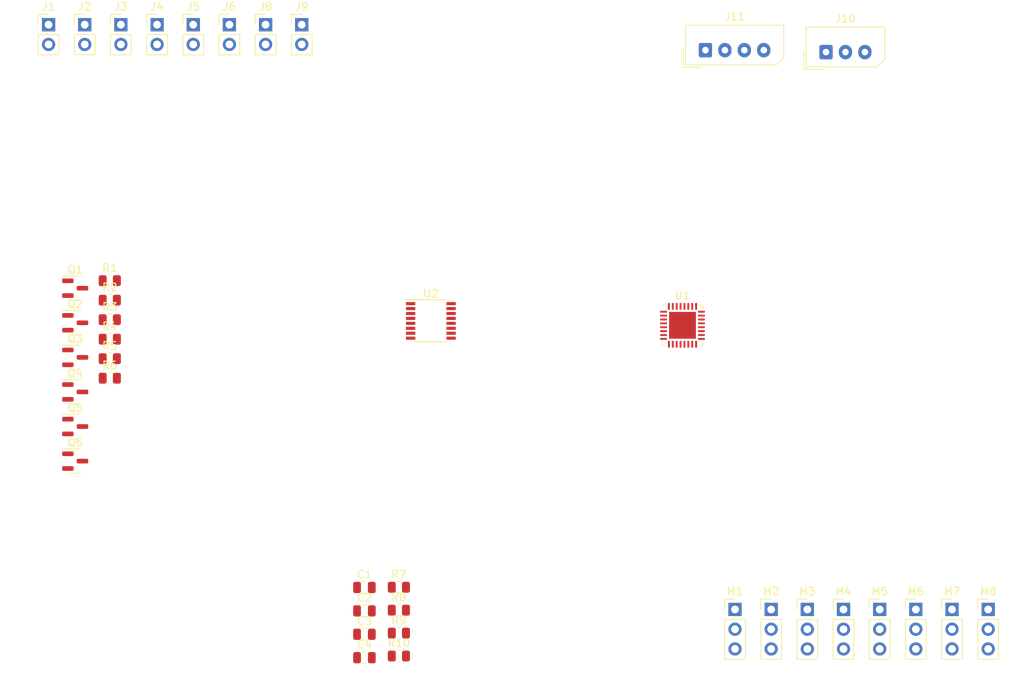
<source format=kicad_pcb>
(kicad_pcb (version 20221018) (generator pcbnew)
  (layers (0 "F.Cu" signal) (31 "B.Cu" signal) (34 "B.Paste" user) (35 "F.Paste" user) (36 "B.SilkS" user "B.Silkscreen") (37 "F.SilkS" user "F.Silkscreen") (38 "B.Mask" user) (39 "F.Mask" user) (44 "Edge.Cuts" user))
  (net 0 "")
  (net 1 "GND")
  (net 2 "+12V")
  (net 3 "FDC_1")
  (net 4 "FDC_2")
  (net 5 "+5V")
  (net 6 "AX12")
  (net 7 "TX")
  (net 8 "RX")
  (net 9 "AIMANT_3")
  (net 10 "AIMANT_5")
  (net 11 "AIMANT_2")
  (net 12 "AIMANT_1")
  (net 13 "AIMANT_4")
  (net 14 "AIMANT_6")
  (net 15 "+3.3V")
  (net 19 "PINCE_1")
  (net 20 "PINCE_2")
  (net 21 "PANO_ROUE")
  (net 24 "PANO_BRAS")
  (net 28 "Net-(U1-VSS-Pad16)")
  (net 29 "PINCE_3")
  (net 30 "PINCE_4")
  (net 31 "PINCE_5")
  (net 32 "PINCE_6")
  (net 46 "VCC")
  (net 47 "Net-(U3-VO)")
  (net 48 "Net-(U4-VO)")
  (net 49 "Net-(U3-GND)")
  (net 50 "Net-(U4-GND)")
  (footprint "Connector_PinHeader_2.54mm:PinHeader_1x03_P2.54mm_Vertical" (layer "F.Cu") (at 181.175 137.81)
    (fp_text reference "M3" (at 0 -2.33) (layer "F.SilkS"))
    (fp_text value "Motor_Servo")
    (fp_line (start -1.33 -1.33) (end 0 -1.33) (stroke (width 0.12)) (layer "F.SilkS"))
    (fp_line (start -1.33 0) (end -1.33 -1.33) (stroke (width 0.12)) (layer "F.SilkS"))
    (fp_line (start -1.33 1.27) (end -1.33 6.41) (stroke (width 0.12)) (layer "F.SilkS"))
    (fp_line (start -1.33 1.27) (end 1.33 1.27) (stroke (width 0.12)) (layer "F.SilkS"))
    (fp_line (start -1.33 6.41) (end 1.33 6.41) (stroke (width 0.12)) (layer "F.SilkS"))
    (fp_line (start 1.33 1.27) (end 1.33 6.41) (stroke (width 0.12)) (layer "F.SilkS"))
    (pad "1" thru_hole rect (at 0 0) (size 1.7 1.7) (drill 1) (layers "*.Cu" "*.Mask") (net 29 "PINCE_3"))
    (pad "2" thru_hole oval (at 0 2.54) (size 1.7 1.7) (drill 1) (layers "*.Cu" "*.Mask") (net 5 "+5V"))
    (pad "3" thru_hole oval (at 0 5.08) (size 1.7 1.7) (drill 1) (layers "*.Cu" "*.Mask") (net 1 "GND"))
  )
  (footprint "Connector_PinHeader_2.54mm:PinHeader_1x02_P2.54mm_Vertical" (layer "F.Cu") (at 88.275 62.575)
    (fp_text reference "J2" (at 0 -2.33) (layer "F.SilkS"))
    (fp_text value "Conn_01x02_Pin")
    (fp_line (start -1.33 -1.33) (end 0 -1.33) (stroke (width 0.12)) (layer "F.SilkS"))
    (fp_line (start -1.33 0) (end -1.33 -1.33) (stroke (width 0.12)) (layer "F.SilkS"))
    (fp_line (start -1.33 1.27) (end -1.33 3.87) (stroke (width 0.12)) (layer "F.SilkS"))
    (fp_line (start -1.33 1.27) (end 1.33 1.27) (stroke (width 0.12)) (layer "F.SilkS"))
    (fp_line (start -1.33 3.87) (end 1.33 3.87) (stroke (width 0.12)) (layer "F.SilkS"))
    (fp_line (start 1.33 1.27) (end 1.33 3.87) (stroke (width 0.12)) (layer "F.SilkS"))
    (pad "1" thru_hole rect (at 0 0) (size 1.7 1.7) (drill 1) (layers "*.Cu" "*.Mask") (net 1 "GND"))
    (pad "2" thru_hole oval (at 0 2.54) (size 1.7 1.7) (drill 1) (layers "*.Cu" "*.Mask") (net 2 "+12V"))
  )
  (footprint "Package_TO_SOT_SMD:SOT-23" (layer "F.Cu") (at 87.045 109.825)
    (fp_text reference "Q4" (at 0 -2.4) (layer "F.SilkS"))
    (fp_text value "IRLML6344")
    (fp_line (start 0 -1.56) (end -1.675 -1.56) (stroke (width 0.12)) (layer "F.SilkS"))
    (fp_line (start 0 -1.56) (end 0.65 -1.56) (stroke (width 0.12)) (layer "F.SilkS"))
    (fp_line (start 0 1.56) (end -0.65 1.56) (stroke (width 0.12)) (layer "F.SilkS"))
    (fp_line (start 0 1.56) (end 0.65 1.56) (stroke (width 0.12)) (layer "F.SilkS"))
    (pad "1" smd roundrect (at -0.9375 -0.95) (size 1.475 0.6) (layers "F.Cu" "F.Paste" "F.Mask") (net 12 "AIMANT_1"))
    (pad "2" smd roundrect (at -0.9375 0.95) (size 1.475 0.6) (layers "F.Cu" "F.Paste" "F.Mask") (net 1 "GND"))
    (pad "3" smd roundrect (at 0.9375 0) (size 1.475 0.6) (layers "F.Cu" "F.Paste" "F.Mask") (net 2 "+12V"))
  )
  (footprint "Resistor_SMD:R_0805_2012Metric" (layer "F.Cu") (at 128.6625 134.95)
    (fp_text reference "R7" (at 0 -1.65) (layer "F.SilkS"))
    (fp_text value "R")
    (fp_line (start -0.227064 -0.735) (end 0.227064 -0.735) (stroke (width 0.12)) (layer "F.SilkS"))
    (fp_line (start -0.227064 0.735) (end 0.227064 0.735) (stroke (width 0.12)) (layer "F.SilkS"))
    (pad "1" smd roundrect (at -0.9125 0) (size 1.025 1.4) (layers "F.Cu" "F.Paste" "F.Mask") (roundrect_rratio 0.243902) (net 49 "Net-(U3-GND)"))
    (pad "2" smd roundrect (at 0.9125 0) (size 1.025 1.4) (layers "F.Cu" "F.Paste" "F.Mask") (roundrect_rratio 0.243902) (net 1 "GND"))
  )
  (footprint "Resistor_SMD:R_0805_2012Metric" (layer "F.Cu") (at 91.495 100.525)
    (fp_text reference "R3" (at 0 -1.65) (layer "F.SilkS"))
    (fp_text value "10k ")
    (fp_line (start -0.227064 -0.735) (end 0.227064 -0.735) (stroke (width 0.12)) (layer "F.SilkS"))
    (fp_line (start -0.227064 0.735) (end 0.227064 0.735) (stroke (width 0.12)) (layer "F.SilkS"))
    (pad "1" smd roundrect (at -0.9125 0) (size 1.025 1.4) (layers "F.Cu" "F.Paste" "F.Mask") (roundrect_rratio 0.243902) (net 1 "GND"))
    (pad "2" smd roundrect (at 0.9125 0) (size 1.025 1.4) (layers "F.Cu" "F.Paste" "F.Mask") (roundrect_rratio 0.243902) (net 9 "AIMANT_3"))
  )
  (footprint "Package_TO_SOT_SMD:SOT-23" (layer "F.Cu") (at 87.045 114.275)
    (fp_text reference "Q5" (at 0 -2.4) (layer "F.SilkS"))
    (fp_text value "IRLML6344")
    (fp_line (start 0 -1.56) (end -1.675 -1.56) (stroke (width 0.12)) (layer "F.SilkS"))
    (fp_line (start 0 -1.56) (end 0.65 -1.56) (stroke (width 0.12)) (layer "F.SilkS"))
    (fp_line (start 0 1.56) (end -0.65 1.56) (stroke (width 0.12)) (layer "F.SilkS"))
    (fp_line (start 0 1.56) (end 0.65 1.56) (stroke (width 0.12)) (layer "F.SilkS"))
    (pad "1" smd roundrect (at -0.9375 -0.95) (size 1.475 0.6) (layers "F.Cu" "F.Paste" "F.Mask") (net 13 "AIMANT_4"))
    (pad "2" smd roundrect (at -0.9375 0.95) (size 1.475 0.6) (layers "F.Cu" "F.Paste" "F.Mask") (net 1 "GND"))
    (pad "3" smd roundrect (at 0.9375 0) (size 1.475 0.6) (layers "F.Cu" "F.Paste" "F.Mask") (net 2 "+12V"))
  )
  (footprint "Capacitor_SMD:C_0805_2012Metric" (layer "F.Cu") (at 124.2325 137.99)
    (fp_text reference "C2" (at 0 -1.68) (layer "F.SilkS"))
    (fp_text value "C_Polarized")
    (fp_line (start -0.261252 -0.735) (end 0.261252 -0.735) (stroke (width 0.12)) (layer "F.SilkS"))
    (fp_line (start -0.261252 0.735) (end 0.261252 0.735) (stroke (width 0.12)) (layer "F.SilkS"))
    (pad "1" smd roundrect (at -0.95 0) (size 1 1.45) (layers "F.Cu" "F.Paste" "F.Mask") (net 47 "Net-(U3-VO)"))
    (pad "2" smd roundrect (at 0.95 0) (size 1 1.45) (layers "F.Cu" "F.Paste" "F.Mask") (net 1 "GND"))
  )
  (footprint "Resistor_SMD:R_0805_2012Metric" (layer "F.Cu") (at 128.6625 137.9)
    (fp_text reference "R8" (at 0 -1.65) (layer "F.SilkS"))
    (fp_text value "R")
    (fp_line (start -0.227064 -0.735) (end 0.227064 -0.735) (stroke (width 0.12)) (layer "F.SilkS"))
    (fp_line (start -0.227064 0.735) (end 0.227064 0.735) (stroke (width 0.12)) (layer "F.SilkS"))
    (pad "1" smd roundrect (at -0.9125 0) (size 1.025 1.4) (layers "F.Cu" "F.Paste" "F.Mask") (roundrect_rratio 0.243902) (net 47 "Net-(U3-VO)"))
    (pad "2" smd roundrect (at 0.9125 0) (size 1.025 1.4) (layers "F.Cu" "F.Paste" "F.Mask") (roundrect_rratio 0.243902) (net 49 "Net-(U3-GND)"))
  )
  (footprint "Connector_Molex:Molex_SPOX_5267-04A_1x04_P2.50mm_Vertical" (layer "F.Cu") (at 168.075 65.85)
    (fp_text reference "J11" (at 3.75 -4.3) (layer "F.SilkS"))
    (fp_text value "AX12")
    (fp_line (start -2.86 -0.2) (end -2.86 2.21) (stroke (width 0.12)) (layer "F.SilkS"))
    (fp_line (start -2.86 2.21) (end -0.45 2.21) (stroke (width 0.12)) (layer "F.SilkS"))
    (fp_line (start -2.56 -3.21) (end -2.56 1.91) (stroke (width 0.12)) (layer "F.SilkS"))
    (fp_line (start -2.56 1.91) (end 9.06 1.91) (stroke (width 0.12)) (layer "F.SilkS"))
    (fp_line (start 9.06 1.91) (end 10.06 0.91) (stroke (width 0.12)) (layer "F.SilkS"))
    (fp_line (start 10.06 -3.21) (end -2.56 -3.21) (stroke (width 0.12)) (layer "F.SilkS"))
    (fp_line (start 10.06 0.91) (end 10.06 -3.21) (stroke (width 0.12)) (layer "F.SilkS"))
    (pad "1" thru_hole roundrect (at 0 0) (size 1.7 1.85) (drill 0.85) (layers "*.Cu" "*.Mask") (roundrect_rratio 0.147059) (net 5 "+5V"))
    (pad "2" thru_hole oval (at 2.5 0) (size 1.7 1.85) (drill 0.85) (layers "*.Cu" "*.Mask") (net 1 "GND"))
    (pad "3" thru_hole oval (at 5 0) (size 1.7 1.85) (drill 0.85) (layers "*.Cu" "*.Mask") (net 7 "TX"))
    (pad "4" thru_hole oval (at 7.5 0) (size 1.7 1.85) (drill 0.85) (layers "*.Cu" "*.Mask") (net 8 "RX"))
  )
  (footprint "Connector_PinHeader_2.54mm:PinHeader_1x02_P2.54mm_Vertical" (layer "F.Cu") (at 106.875 62.575)
    (fp_text reference "J6" (at 0 -2.33) (layer "F.SilkS"))
    (fp_text value "Conn_01x02_Pin")
    (fp_line (start -1.33 -1.33) (end 0 -1.33) (stroke (width 0.12)) (layer "F.SilkS"))
    (fp_line (start -1.33 0) (end -1.33 -1.33) (stroke (width 0.12)) (layer "F.SilkS"))
    (fp_line (start -1.33 1.27) (end -1.33 3.87) (stroke (width 0.12)) (layer "F.SilkS"))
    (fp_line (start -1.33 1.27) (end 1.33 1.27) (stroke (width 0.12)) (layer "F.SilkS"))
    (fp_line (start -1.33 3.87) (end 1.33 3.87) (stroke (width 0.12)) (layer "F.SilkS"))
    (fp_line (start 1.33 1.27) (end 1.33 3.87) (stroke (width 0.12)) (layer "F.SilkS"))
    (pad "1" thru_hole rect (at 0 0) (size 1.7 1.7) (drill 1) (layers "*.Cu" "*.Mask") (net 1 "GND"))
    (pad "2" thru_hole oval (at 0 2.54) (size 1.7 1.7) (drill 1) (layers "*.Cu" "*.Mask") (net 2 "+12V"))
  )
  (footprint "Connector_PinHeader_2.54mm:PinHeader_1x03_P2.54mm_Vertical" (layer "F.Cu") (at 176.525 137.81)
    (fp_text reference "M2" (at 0 -2.33) (layer "F.SilkS"))
    (fp_text value "Motor_Servo")
    (fp_line (start -1.33 -1.33) (end 0 -1.33) (stroke (width 0.12)) (layer "F.SilkS"))
    (fp_line (start -1.33 0) (end -1.33 -1.33) (stroke (width 0.12)) (layer "F.SilkS"))
    (fp_line (start -1.33 1.27) (end -1.33 6.41) (stroke (width 0.12)) (layer "F.SilkS"))
    (fp_line (start -1.33 1.27) (end 1.33 1.27) (stroke (width 0.12)) (layer "F.SilkS"))
    (fp_line (start -1.33 6.41) (end 1.33 6.41) (stroke (width 0.12)) (layer "F.SilkS"))
    (fp_line (start 1.33 1.27) (end 1.33 6.41) (stroke (width 0.12)) (layer "F.SilkS"))
    (pad "1" thru_hole rect (at 0 0) (size 1.7 1.7) (drill 1) (layers "*.Cu" "*.Mask") (net 20 "PINCE_2"))
    (pad "2" thru_hole oval (at 0 2.54) (size 1.7 1.7) (drill 1) (layers "*.Cu" "*.Mask") (net 5 "+5V"))
    (pad "3" thru_hole oval (at 0 5.08) (size 1.7 1.7) (drill 1) (layers "*.Cu" "*.Mask") (net 1 "GND"))
  )
  (footprint "Package_TO_SOT_SMD:SOT-23" (layer "F.Cu") (at 87.045 96.475)
    (fp_text reference "Q1" (at 0 -2.4) (layer "F.SilkS"))
    (fp_text value "IRLML6344")
    (fp_line (start 0 -1.56) (end -1.675 -1.56) (stroke (width 0.12)) (layer "F.SilkS"))
    (fp_line (start 0 -1.56) (end 0.65 -1.56) (stroke (width 0.12)) (layer "F.SilkS"))
    (fp_line (start 0 1.56) (end -0.65 1.56) (stroke (width 0.12)) (layer "F.SilkS"))
    (fp_line (start 0 1.56) (end 0.65 1.56) (stroke (width 0.12)) (layer "F.SilkS"))
    (pad "1" smd roundrect (at -0.9375 -0.95) (size 1.475 0.6) (layers "F.Cu" "F.Paste" "F.Mask") (net 9 "AIMANT_3"))
    (pad "2" smd roundrect (at -0.9375 0.95) (size 1.475 0.6) (layers "F.Cu" "F.Paste" "F.Mask") (net 1 "GND"))
    (pad "3" smd roundrect (at 0.9375 0) (size 1.475 0.6) (layers "F.Cu" "F.Paste" "F.Mask") (net 2 "+12V"))
  )
  (footprint "Resistor_SMD:R_0805_2012Metric" (layer "F.Cu") (at 91.495 103.035)
    (fp_text reference "R4" (at 0 -1.65) (layer "F.SilkS"))
    (fp_text value "10k ")
    (fp_line (start -0.227064 -0.735) (end 0.227064 -0.735) (stroke (width 0.12)) (layer "F.SilkS"))
    (fp_line (start -0.227064 0.735) (end 0.227064 0.735) (stroke (width 0.12)) (layer "F.SilkS"))
    (pad "1" smd roundrect (at -0.9125 0) (size 1.025 1.4) (layers "F.Cu" "F.Paste" "F.Mask") (roundrect_rratio 0.243902) (net 1 "GND"))
    (pad "2" smd roundrect (at 0.9125 0) (size 1.025 1.4) (layers "F.Cu" "F.Paste" "F.Mask") (roundrect_rratio 0.243902) (net 10 "AIMANT_5"))
  )
  (footprint "Resistor_SMD:R_0805_2012Metric" (layer "F.Cu") (at 128.6625 143.8)
    (fp_text reference "R10" (at 0 -1.65) (layer "F.SilkS"))
    (fp_text value "R")
    (fp_line (start -0.227064 -0.735) (end 0.227064 -0.735) (stroke (width 0.12)) (layer "F.SilkS"))
    (fp_line (start -0.227064 0.735) (end 0.227064 0.735) (stroke (width 0.12)) (layer "F.SilkS"))
    (pad "1" smd roundrect (at -0.9125 0) (size 1.025 1.4) (layers "F.Cu" "F.Paste" "F.Mask") (roundrect_rratio 0.243902) (net 48 "Net-(U4-VO)"))
    (pad "2" smd roundrect (at 0.9125 0) (size 1.025 1.4) (layers "F.Cu" "F.Paste" "F.Mask") (roundrect_rratio 0.243902) (net 50 "Net-(U4-GND)"))
  )
  (footprint "Resistor_SMD:R_0805_2012Metric" (layer "F.Cu") (at 91.495 108.055)
    (fp_text reference "R6" (at 0 -1.65) (layer "F.SilkS"))
    (fp_text value "10k ")
    (fp_line (start -0.227064 -0.735) (end 0.227064 -0.735) (stroke (width 0.12)) (layer "F.SilkS"))
    (fp_line (start -0.227064 0.735) (end 0.227064 0.735) (stroke (width 0.12)) (layer "F.SilkS"))
    (pad "1" smd roundrect (at -0.9125 0) (size 1.025 1.4) (layers "F.Cu" "F.Paste" "F.Mask") (roundrect_rratio 0.243902) (net 1 "GND"))
    (pad "2" smd roundrect (at 0.9125 0) (size 1.025 1.4) (layers "F.Cu" "F.Paste" "F.Mask") (roundrect_rratio 0.243902) (net 14 "AIMANT_6"))
  )
  (footprint "Connector_PinHeader_2.54mm:PinHeader_1x03_P2.54mm_Vertical" (layer "F.Cu") (at 185.825 137.81)
    (fp_text reference "M4" (at 0 -2.33) (layer "F.SilkS"))
    (fp_text value "Motor_Servo")
    (fp_line (start -1.33 -1.33) (end 0 -1.33) (stroke (width 0.12)) (layer "F.SilkS"))
    (fp_line (start -1.33 0) (end -1.33 -1.33) (stroke (width 0.12)) (layer "F.SilkS"))
    (fp_line (start -1.33 1.27) (end -1.33 6.41) (stroke (width 0.12)) (layer "F.SilkS"))
    (fp_line (start -1.33 1.27) (end 1.33 1.27) (stroke (width 0.12)) (layer "F.SilkS"))
    (fp_line (start -1.33 6.41) (end 1.33 6.41) (stroke (width 0.12)) (layer "F.SilkS"))
    (fp_line (start 1.33 1.27) (end 1.33 6.41) (stroke (width 0.12)) (layer "F.SilkS"))
    (pad "1" thru_hole rect (at 0 0) (size 1.7 1.7) (drill 1) (layers "*.Cu" "*.Mask") (net 30 "PINCE_4"))
    (pad "2" thru_hole oval (at 0 2.54) (size 1.7 1.7) (drill 1) (layers "*.Cu" "*.Mask") (net 5 "+5V"))
    (pad "3" thru_hole oval (at 0 5.08) (size 1.7 1.7) (drill 1) (layers "*.Cu" "*.Mask") (net 1 "GND"))
  )
  (footprint "Package_SO:SSOP-16_3.9x4.9mm_P0.635mm" (layer "F.Cu") (at 132.775 100.6825)
    (fp_text reference "U2" (at 0 -3.5) (layer "F.SilkS"))
    (fp_text value "TCA9554DBQ")
    (fp_line (start -3.275 -2.725) (end 2 -2.725) (stroke (width 0.15)) (layer "F.SilkS"))
    (fp_line (start -2 2.675) (end 2 2.675) (stroke (width 0.15)) (layer "F.SilkS"))
    (pad "1" smd rect (at -2.6 -2.2225) (size 1.2 0.4) (layers "F.Cu" "F.Paste" "F.Mask"))
    (pad "2" smd rect (at -2.6 -1.5875) (size 1.2 0.4) (layers "F.Cu" "F.Paste" "F.Mask"))
    (pad "3" smd rect (at -2.6 -0.9525) (size 1.2 0.4) (layers "F.Cu" "F.Paste" "F.Mask"))
    (pad "4" smd rect (at -2.6 -0.3175) (size 1.2 0.4) (layers "F.Cu" "F.Paste" "F.Mask") (net 12 "AIMANT_1"))
    (pad "5" smd rect (at -2.6 0.3175) (size 1.2 0.4) (layers "F.Cu" "F.Paste" "F.Mask") (net 11 "AIMANT_2"))
    (pad "6" smd rect (at -2.6 0.9525) (size 1.2 0.4) (layers "F.Cu" "F.Paste" "F.Mask") (net 9 "AIMANT_3"))
    (pad "7" smd rect (at -2.6 1.5875) (size 1.2 0.4) (layers "F.Cu" "F.Paste" "F.Mask") (net 13 "AIMANT_4"))
    (pad "8" smd rect (at -2.6 2.2225) (size 1.2 0.4) (layers "F.Cu" "F.Paste" "F.Mask") (net 1 "GND"))
    (pad "9" smd rect (at 2.6 2.2225) (size 1.2 0.4) (layers "F.Cu" "F.Paste" "F.Mask") (net 10 "AIMANT_5"))
    (pad "10" smd rect (at 2.6 1.5875) (size 1.2 0.4) (layers "F.Cu" "F.Paste" "F.Mask") (net 14 "AIMANT_6"))
    (pad "11" smd rect (at 2.6 0.9525) (size 1.2 0.4) (layers "F.Cu" "F.Paste" "F.Mask") (net 3 "FDC_1"))
    (pad "12" smd rect (at 2.6 0.3175) (size 1.2 0.4) (layers "F.Cu" "F.Paste" "F.Mask") (net 4 "FDC_2"))
    (pad "13" smd rect (at 2.6 -0.3175) (size 1.2 0.4) (layers "F.Cu" "F.Paste" "F.Mask"))
    (pad "14" smd rect (at 2.6 -0.9525) (size 1.2 0.4) (layers "F.Cu" "F.Paste" "F.Mask"))
    (pad "15" smd rect (at 2.6 -1.5875) (size 1.2 0.4) (layers "F.Cu" "F.Paste" "F.Mask"))
    (pad "16" smd rect (at 2.6 -2.2225) (size 1.2 0.4) (layers "F.Cu" "F.Paste" "F.Mask") (net 5 "+5V"))
  )
  (footprint "Connector_PinHeader_2.54mm:PinHeader_1x02_P2.54mm_Vertical" (layer "F.Cu") (at 97.575 62.575)
    (fp_text reference "J4" (at 0 -2.33) (layer "F.SilkS"))
    (fp_text value "Conn_01x02_Pin")
    (fp_line (start -1.33 -1.33) (end 0 -1.33) (stroke (width 0.12)) (layer "F.SilkS"))
    (fp_line (start -1.33 0) (end -1.33 -1.33) (stroke (width 0.12)) (layer "F.SilkS"))
    (fp_line (start -1.33 1.27) (end -1.33 3.87) (stroke (width 0.12)) (layer "F.SilkS"))
    (fp_line (start -1.33 1.27) (end 1.33 1.27) (stroke (width 0.12)) (layer "F.SilkS"))
    (fp_line (start -1.33 3.87) (end 1.33 3.87) (stroke (width 0.12)) (layer "F.SilkS"))
    (fp_line (start 1.33 1.27) (end 1.33 3.87) (stroke (width 0.12)) (layer "F.SilkS"))
    (pad "1" thru_hole rect (at 0 0) (size 1.7 1.7) (drill 1) (layers "*.Cu" "*.Mask") (net 1 "GND"))
    (pad "2" thru_hole oval (at 0 2.54) (size 1.7 1.7) (drill 1) (layers "*.Cu" "*.Mask") (net 2 "+12V"))
  )
  (footprint "Connector_PinHeader_2.54mm:PinHeader_1x03_P2.54mm_Vertical" (layer "F.Cu") (at 190.475 137.81)
    (fp_text reference "M5" (at 0 -2.33) (layer "F.SilkS"))
    (fp_text value "Motor_Servo")
    (fp_line (start -1.33 -1.33) (end 0 -1.33) (stroke (width 0.12)) (layer "F.SilkS"))
    (fp_line (start -1.33 0) (end -1.33 -1.33) (stroke (width 0.12)) (layer "F.SilkS"))
    (fp_line (start -1.33 1.27) (end -1.33 6.41) (stroke (width 0.12)) (layer "F.SilkS"))
    (fp_line (start -1.33 1.27) (end 1.33 1.27) (stroke (width 0.12)) (layer "F.SilkS"))
    (fp_line (start -1.33 6.41) (end 1.33 6.41) (stroke (width 0.12)) (layer "F.SilkS"))
    (fp_line (start 1.33 1.27) (end 1.33 6.41) (stroke (width 0.12)) (layer "F.SilkS"))
    (pad "1" thru_hole rect (at 0 0) (size 1.7 1.7) (drill 1) (layers "*.Cu" "*.Mask") (net 31 "PINCE_5"))
    (pad "2" thru_hole oval (at 0 2.54) (size 1.7 1.7) (drill 1) (layers "*.Cu" "*.Mask") (net 5 "+5V"))
    (pad "3" thru_hole oval (at 0 5.08) (size 1.7 1.7) (drill 1) (layers "*.Cu" "*.Mask") (net 1 "GND"))
  )
  (footprint "Connector_PinHeader_2.54mm:PinHeader_1x03_P2.54mm_Vertical" (layer "F.Cu") (at 171.875 137.81)
    (fp_text reference "M1" (at 0 -2.33) (layer "F.SilkS"))
    (fp_text value "Motor_Servo")
    (fp_line (start -1.33 -1.33) (end 0 -1.33) (stroke (width 0.12)) (layer "F.SilkS"))
    (fp_line (start -1.33 0) (end -1.33 -1.33) (stroke (width 0.12)) (layer "F.SilkS"))
    (fp_line (start -1.33 1.27) (end -1.33 6.41) (stroke (width 0.12)) (layer "F.SilkS"))
    (fp_line (start -1.33 1.27) (end 1.33 1.27) (stroke (width 0.12)) (layer "F.SilkS"))
    (fp_line (start -1.33 6.41) (end 1.33 6.41) (stroke (width 0.12)) (layer "F.SilkS"))
    (fp_line (start 1.33 1.27) (end 1.33 6.41) (stroke (width 0.12)) (layer "F.SilkS"))
    (pad "1" thru_hole rect (at 0 0) (size 1.7 1.7) (drill 1) (layers "*.Cu" "*.Mask") (net 19 "PINCE_1"))
    (pad "2" thru_hole oval (at 0 2.54) (size 1.7 1.7) (drill 1) (layers "*.Cu" "*.Mask") (net 5 "+5V"))
    (pad "3" thru_hole oval (at 0 5.08) (size 1.7 1.7) (drill 1) (layers "*.Cu" "*.Mask") (net 1 "GND"))
  )
  (footprint "Connector_PinHeader_2.54mm:PinHeader_1x02_P2.54mm_Vertical" (layer "F.Cu") (at 116.175 62.575)
    (fp_text reference "J9" (at 0 -2.33) (layer "F.SilkS"))
    (fp_text value "Conn_01x02_Pin")
    (fp_line (start -1.33 -1.33) (end 0 -1.33) (stroke (width 0.12)) (layer "F.SilkS"))
    (fp_line (start -1.33 0) (end -1.33 -1.33) (stroke (width 0.12)) (layer "F.SilkS"))
    (fp_line (start -1.33 1.27) (end -1.33 3.87) (stroke (width 0.12)) (layer "F.SilkS"))
    (fp_line (start -1.33 1.27) (end 1.33 1.27) (stroke (width 0.12)) (layer "F.SilkS"))
    (fp_line (start -1.33 3.87) (end 1.33 3.87) (stroke (width 0.12)) (layer "F.SilkS"))
    (fp_line (start 1.33 1.27) (end 1.33 3.87) (stroke (width 0.12)) (layer "F.SilkS"))
    (pad "1" thru_hole rect (at 0 0) (size 1.7 1.7) (drill 1) (layers "*.Cu" "*.Mask") (net 4 "FDC_2"))
    (pad "2" thru_hole oval (at 0 2.54) (size 1.7 1.7) (drill 1) (layers "*.Cu" "*.Mask") (net 1 "GND"))
  )
  (footprint "Resistor_SMD:R_0805_2012Metric" (layer "F.Cu") (at 91.495 95.505)
    (fp_text reference "R1" (at 0 -1.65) (layer "F.SilkS"))
    (fp_text value "10k ")
    (fp_line (start -0.227064 -0.735) (end 0.227064 -0.735) (stroke (width 0.12)) (layer "F.SilkS"))
    (fp_line (start -0.227064 0.735) (end 0.227064 0.735) (stroke (width 0.12)) (layer "F.SilkS"))
    (pad "1" smd roundrect (at -0.9125 0) (size 1.025 1.4) (layers "F.Cu" "F.Paste" "F.Mask") (roundrect_rratio 0.243902) (net 1 "GND"))
    (pad "2" smd roundrect (at 0.9125 0) (size 1.025 1.4) (layers "F.Cu" "F.Paste" "F.Mask") (roundrect_rratio 0.243902) (net 12 "AIMANT_1"))
  )
  (footprint "Resistor_SMD:R_0805_2012Metric" (layer "F.Cu") (at 91.495 98.015)
    (fp_text reference "R2" (at 0 -1.65) (layer "F.SilkS"))
    (fp_text value "10k ")
    (fp_line (start -0.227064 -0.735) (end 0.227064 -0.735) (stroke (width 0.12)) (layer "F.SilkS"))
    (fp_line (start -0.227064 0.735) (end 0.227064 0.735) (stroke (width 0.12)) (layer "F.SilkS"))
    (pad "1" smd roundrect (at -0.9125 0) (size 1.025 1.4) (layers "F.Cu" "F.Paste" "F.Mask") (roundrect_rratio 0.243902) (net 1 "GND"))
    (pad "2" smd roundrect (at 0.9125 0) (size 1.025 1.4) (layers "F.Cu" "F.Paste" "F.Mask") (roundrect_rratio 0.243902) (net 11 "AIMANT_2"))
  )
  (footprint "Package_TO_SOT_SMD:SOT-23" (layer "F.Cu") (at 87.045 100.925)
    (fp_text reference "Q2" (at 0 -2.4) (layer "F.SilkS"))
    (fp_text value "IRLML6344")
    (fp_line (start 0 -1.56) (end -1.675 -1.56) (stroke (width 0.12)) (layer "F.SilkS"))
    (fp_line (start 0 -1.56) (end 0.65 -1.56) (stroke (width 0.12)) (layer "F.SilkS"))
    (fp_line (start 0 1.56) (end -0.65 1.56) (stroke (width 0.12)) (layer "F.SilkS"))
    (fp_line (start 0 1.56) (end 0.65 1.56) (stroke (width 0.12)) (layer "F.SilkS"))
    (pad "1" smd roundrect (at -0.9375 -0.95) (size 1.475 0.6) (layers "F.Cu" "F.Paste" "F.Mask") (net 10 "AIMANT_5"))
    (pad "2" smd roundrect (at -0.9375 0.95) (size 1.475 0.6) (layers "F.Cu" "F.Paste" "F.Mask") (net 1 "GND"))
    (pad "3" smd roundrect (at 0.9375 0) (size 1.475 0.6) (layers "F.Cu" "F.Paste" "F.Mask") (net 2 "+12V"))
  )
  (footprint "Connector_PinHeader_2.54mm:PinHeader_1x02_P2.54mm_Vertical" (layer "F.Cu") (at 83.625 62.575)
    (fp_text reference "J1" (at 0 -2.33) (layer "F.SilkS"))
    (fp_text value "Conn_01x02_Pin")
    (fp_line (start -1.33 -1.33) (end 0 -1.33) (stroke (width 0.12)) (layer "F.SilkS"))
    (fp_line (start -1.33 0) (end -1.33 -1.33) (stroke (width 0.12)) (layer "F.SilkS"))
    (fp_line (start -1.33 1.27) (end -1.33 3.87) (stroke (width 0.12)) (layer "F.SilkS"))
    (fp_line (start -1.33 1.27) (end 1.33 1.27) (stroke (width 0.12)) (layer "F.SilkS"))
    (fp_line (start -1.33 3.87) (end 1.33 3.87) (stroke (width 0.12)) (layer "F.SilkS"))
    (fp_line (start 1.33 1.27) (end 1.33 3.87) (stroke (width 0.12)) (layer "F.SilkS"))
    (pad "1" thru_hole rect (at 0 0) (size 1.7 1.7) (drill 1) (layers "*.Cu" "*.Mask") (net 1 "GND"))
    (pad "2" thru_hole oval (at 0 2.54) (size 1.7 1.7) (drill 1) (layers "*.Cu" "*.Mask") (net 2 "+12V"))
  )
  (footprint "Resistor_SMD:R_0805_2012Metric" (layer "F.Cu") (at 128.6625 140.85)
    (fp_text reference "R9" (at 0 -1.65) (layer "F.SilkS"))
    (fp_text value "R")
    (fp_line (start -0.227064 -0.735) (end 0.227064 -0.735) (stroke (width 0.12)) (layer "F.SilkS"))
    (fp_line (start -0.227064 0.735) (end 0.227064 0.735) (stroke (width 0.12)) (layer "F.SilkS"))
    (pad "1" smd roundrect (at -0.9125 0) (size 1.025 1.4) (layers "F.Cu" "F.Paste" "F.Mask") (roundrect_rratio 0.243902) (net 50 "Net-(U4-GND)"))
    (pad "2" smd roundrect (at 0.9125 0) (size 1.025 1.4) (layers "F.Cu" "F.Paste" "F.Mask") (roundrect_rratio 0.243902) (net 1 "GND"))
  )
  (footprint "Package_TO_SOT_SMD:SOT-23" (layer "F.Cu") (at 87.045 118.725)
    (fp_text reference "Q6" (at 0 -2.4) (layer "F.SilkS"))
    (fp_text value "IRLML6344")
    (fp_line (start 0 -1.56) (end -1.675 -1.56) (stroke (width 0.12)) (layer "F.SilkS"))
    (fp_line (start 0 -1.56) (end 0.65 -1.56) (stroke (width 0.12)) (layer "F.SilkS"))
    (fp_line (start 0 1.56) (end -0.65 1.56) (stroke (width 0.12)) (layer "F.SilkS"))
    (fp_line (start 0 1.56) (end 0.65 1.56) (stroke (width 0.12)) (layer "F.SilkS"))
    (pad "1" smd roundrect (at -0.9375 -0.95) (size 1.475 0.6) (layers "F.Cu" "F.Paste" "F.Mask") (net 14 "AIMANT_6"))
    (pad "2" smd roundrect (at -0.9375 0.95) (size 1.475 0.6) (layers "F.Cu" "F.Paste" "F.Mask") (net 1 "GND"))
    (pad "3" smd roundrect (at 0.9375 0) (size 1.475 0.6) (layers "F.Cu" "F.Paste" "F.Mask") (net 2 "+12V"))
  )
  (footprint "Connector_Molex:Molex_SPOX_5267-03A_1x03_P2.50mm_Vertical" (layer "F.Cu") (at 183.575 66.1)
    (fp_text reference "J10" (at 2.5 -4.3) (layer "F.SilkS"))
    (fp_text value "AX12")
    (fp_line (start -2.86 -0.2) (end -2.86 2.21) (stroke (width 0.12)) (layer "F.SilkS"))
    (fp_line (start -2.86 2.21) (end -0.45 2.21) (stroke (width 0.12)) (layer "F.SilkS"))
    (fp_line (start -2.56 -3.21) (end -2.56 1.91) (stroke (width 0.12)) (layer "F.SilkS"))
    (fp_line (start -2.56 1.91) (end 6.56 1.91) (stroke (width 0.12)) (layer "F.SilkS"))
    (fp_line (start 6.56 1.91) (end 7.56 0.91) (stroke (width 0.12)) (layer "F.SilkS"))
    (fp_line (start 7.56 -3.21) (end -2.56 -3.21) (stroke (width 0.12)) (layer "F.SilkS"))
    (fp_line (start 7.56 0.91) (end 7.56 -3.21) (stroke (width 0.12)) (layer "F.SilkS"))
    (pad "1" thru_hole roundrect (at 0 0) (size 1.7 1.85) (drill 0.85) (layers "*.Cu" "*.Mask") (roundrect_rratio 0.147059) (net 5 "+5V"))
    (pad "2" thru_hole oval (at 2.5 0) (size 1.7 1.85) (drill 0.85) (layers "*.Cu" "*.Mask") (net 1 "GND"))
    (pad "3" thru_hole oval (at 5 0) (size 1.7 1.85) (drill 0.85) (layers "*.Cu" "*.Mask") (net 6 "AX12"))
  )
  (footprint "Resistor_SMD:R_0805_2012Metric" (layer "F.Cu") (at 91.495 105.545)
    (fp_text reference "R5" (at 0 -1.65) (layer "F.SilkS"))
    (fp_text value "10k ")
    (fp_line (start -0.227064 -0.735) (end 0.227064 -0.735) (stroke (width 0.12)) (layer "F.SilkS"))
    (fp_line (start -0.227064 0.735) (end 0.227064 0.735) (stroke (width 0.12)) (layer "F.SilkS"))
    (pad "1" smd roundrect (at -0.9125 0) (size 1.025 1.4) (layers "F.Cu" "F.Paste" "F.Mask") (roundrect_rratio 0.243902) (net 1 "GND"))
    (pad "2" smd roundrect (at 0.9125 0) (size 1.025 1.4) (layers "F.Cu" "F.Paste" "F.Mask") (roundrect_rratio 0.243902) (net 13 "AIMANT_4"))
  )
  (footprint "Capacitor_SMD:C_0805_2012Metric" (layer "F.Cu") (at 124.2325 134.98)
    (fp_text reference "C1" (at 0 -1.68) (layer "F.SilkS"))
    (fp_text value "C_Polarized")
    (fp_line (start -0.261252 -0.735) (end 0.261252 -0.735) (stroke (width 0.12)) (layer "F.SilkS"))
    (fp_line (start -0.261252 0.735) (end 0.261252 0.735) (stroke (width 0.12)) (layer "F.SilkS"))
    (pad "1" smd roundrect (at -0.95 0) (size 1 1.45) (layers "F.Cu" "F.Paste" "F.Mask") (net 46 "VCC"))
    (pad "2" smd roundrect (at 0.95 0) (size 1 1.45) (layers "F.Cu" "F.Paste" "F.Mask") (net 1 "GND"))
  )
  (footprint "Connector_PinHeader_2.54mm:PinHeader_1x02_P2.54mm_Vertical" (layer "F.Cu") (at 92.925 62.575)
    (fp_text reference "J3" (at 0 -2.33) (layer "F.SilkS"))
    (fp_text value "Conn_01x02_Pin")
    (fp_line (start -1.33 -1.33) (end 0 -1.33) (stroke (width 0.12)) (layer "F.SilkS"))
    (fp_line (start -1.33 0) (end -1.33 -1.33) (stroke (width 0.12)) (layer "F.SilkS"))
    (fp_line (start -1.33 1.27) (end -1.33 3.87) (stroke (width 0.12)) (layer "F.SilkS"))
    (fp_line (start -1.33 1.27) (end 1.33 1.27) (stroke (width 0.12)) (layer "F.SilkS"))
    (fp_line (start -1.33 3.87) (end 1.33 3.87) (stroke (width 0.12)) (layer "F.SilkS"))
    (fp_line (start 1.33 1.27) (end 1.33 3.87) (stroke (width 0.12)) (layer "F.SilkS"))
    (pad "1" thru_hole rect (at 0 0) (size 1.7 1.7) (drill 1) (layers "*.Cu" "*.Mask") (net 1 "GND"))
    (pad "2" thru_hole oval (at 0 2.54) (size 1.7 1.7) (drill 1) (layers "*.Cu" "*.Mask") (net 2 "+12V"))
  )
  (footprint "Connector_PinHeader_2.54mm:PinHeader_1x03_P2.54mm_Vertical" (layer "F.Cu") (at 199.775 137.81)
    (fp_text reference "M7" (at 0 -2.33) (layer "F.SilkS"))
    (fp_text value "Motor_Servo")
    (fp_line (start -1.33 -1.33) (end 0 -1.33) (stroke (width 0.12)) (layer "F.SilkS"))
    (fp_line (start -1.33 0) (end -1.33 -1.33) (stroke (width 0.12)) (layer "F.SilkS"))
    (fp_line (start -1.33 1.27) (end -1.33 6.41) (stroke (width 0.12)) (layer "F.SilkS"))
    (fp_line (start -1.33 1.27) (end 1.33 1.27) (stroke (width 0.12)) (layer "F.SilkS"))
    (fp_line (start -1.33 6.41) (end 1.33 6.41) (stroke (width 0.12)) (layer "F.SilkS"))
    (fp_line (start 1.33 1.27) (end 1.33 6.41) (stroke (width 0.12)) (layer "F.SilkS"))
    (pad "1" thru_hole rect (at 0 0) (size 1.7 1.7) (drill 1) (layers "*.Cu" "*.Mask") (net 24 "PANO_BRAS"))
    (pad "2" thru_hole oval (at 0 2.54) (size 1.7 1.7) (drill 1) (layers "*.Cu" "*.Mask") (net 5 "+5V"))
    (pad "3" thru_hole oval (at 0 5.08) (size 1.7 1.7) (drill 1) (layers "*.Cu" "*.Mask") (net 1 "GND"))
  )
  (footprint "Connector_PinHeader_2.54mm:PinHeader_1x02_P2.54mm_Vertical" (layer "F.Cu") (at 111.525 62.575)
    (fp_text reference "J8" (at 0 -2.33) (layer "F.SilkS"))
    (fp_text value "Conn_01x02_Pin")
    (fp_line (start -1.33 -1.33) (end 0 -1.33) (stroke (width 0.12)) (layer "F.SilkS"))
    (fp_line (start -1.33 0) (end -1.33 -1.33) (stroke (width 0.12)) (layer "F.SilkS"))
    (fp_line (start -1.33 1.27) (end -1.33 3.87) (stroke (width 0.12)) (layer "F.SilkS"))
    (fp_line (start -1.33 1.27) (end 1.33 1.27) (stroke (width 0.12)) (layer "F.SilkS"))
    (fp_line (start -1.33 3.87) (end 1.33 3.87) (stroke (width 0.12)) (layer "F.SilkS"))
    (fp_line (start 1.33 1.27) (end 1.33 3.87) (stroke (width 0.12)) (layer "F.SilkS"))
    (pad "1" thru_hole rect (at 0 0) (size 1.7 1.7) (drill 1) (layers "*.Cu" "*.Mask") (net 3 "FDC_1"))
    (pad "2" thru_hole oval (at 0 2.54) (size 1.7 1.7) (drill 1) (layers "*.Cu" "*.Mask") (net 1 "GND"))
  )
  (footprint "Capacitor_SMD:C_0805_2012Metric" (layer "F.Cu") (at 124.2325 141)
    (fp_text reference "C3" (at 0 -1.68) (layer "F.SilkS"))
    (fp_text value "10µF")
    (fp_line (start -0.261252 -0.735) (end 0.261252 -0.735) (stroke (width 0.12)) (layer "F.SilkS"))
    (fp_line (start -0.261252 0.735) (end 0.261252 0.735) (stroke (width 0.12)) (layer "F.SilkS"))
    (pad "1" smd roundrect (at -0.95 0) (size 1 1.45) (layers "F.Cu" "F.Paste" "F.Mask") (net 46 "VCC"))
    (pad "2" smd roundrect (at 0.95 0) (size 1 1.45) (layers "F.Cu" "F.Paste" "F.Mask") (net 1 "GND"))
  )
  (footprint "Connector_PinHeader_2.54mm:PinHeader_1x02_P2.54mm_Vertical" (layer "F.Cu") (at 102.225 62.575)
    (fp_text reference "J5" (at 0 -2.33) (layer "F.SilkS"))
    (fp_text value "Conn_01x02_Pin")
    (fp_line (start -1.33 -1.33) (end 0 -1.33) (stroke (width 0.12)) (layer "F.SilkS"))
    (fp_line (start -1.33 0) (end -1.33 -1.33) (stroke (width 0.12)) (layer "F.SilkS"))
    (fp_line (start -1.33 1.27) (end -1.33 3.87) (stroke (width 0.12)) (layer "F.SilkS"))
    (fp_line (start -1.33 1.27) (end 1.33 1.27) (stroke (width 0.12)) (layer "F.SilkS"))
    (fp_line (start -1.33 3.87) (end 1.33 3.87) (stroke (width 0.12)) (layer "F.SilkS"))
    (fp_line (start 1.33 1.27) (end 1.33 3.87) (stroke (width 0.12)) (layer "F.SilkS"))
    (pad "1" thru_hole rect (at 0 0) (size 1.7 1.7) (drill 1) (layers "*.Cu" "*.Mask") (net 1 "GND"))
    (pad "2" thru_hole oval (at 0 2.54) (size 1.7 1.7) (drill 1) (layers "*.Cu" "*.Mask") (net 2 "+12V"))
  )
  (footprint "Connector_PinHeader_2.54mm:PinHeader_1x03_P2.54mm_Vertical" (layer "F.Cu") (at 204.425 137.81)
    (fp_text reference "M8" (at 0 -2.33) (layer "F.SilkS"))
    (fp_text value "Motor_Servo")
    (fp_line (start -1.33 -1.33) (end 0 -1.33) (stroke (width 0.12)) (layer "F.SilkS"))
    (fp_line (start -1.33 0) (end -1.33 -1.33) (stroke (width 0.12)) (layer "F.SilkS"))
    (fp_line (start -1.33 1.27) (end -1.33 6.41) (stroke (width 0.12)) (layer "F.SilkS"))
    (fp_line (start -1.33 1.27) (end 1.33 1.27) (stroke (width 0.12)) (layer "F.SilkS"))
    (fp_line (start -1.33 6.41) (end 1.33 6.41) (stroke (width 0.12)) (layer "F.SilkS"))
    (fp_line (start 1.33 1.27) (end 1.33 6.41) (stroke (width 0.12)) (layer "F.SilkS"))
    (pad "1" thru_hole rect (at 0 0) (size 1.7 1.7) (drill 1) (layers "*.Cu" "*.Mask") (net 21 "PANO_ROUE"))
    (pad "2" thru_hole oval (at 0 2.54) (size 1.7 1.7) (drill 1) (layers "*.Cu" "*.Mask") (net 5 "+5V"))
    (pad "3" thru_hole oval (at 0 5.08) (size 1.7 1.7) (drill 1) (layers "*.Cu" "*.Mask") (net 1 "GND"))
  )
  (footprint "Package_DFN_QFN:QFN-32-1EP_5x5mm_P0.5mm_EP3.45x3.45mm" (layer "F.Cu") (at 165.125 101.25)
    (fp_text reference "U1" (at 0 -3.82) (layer "F.SilkS"))
    (fp_text value "STM32L432KCUx")
    (fp_line (start -2.61 2.61) (end -2.61 2.135) (stroke (width 0.12)) (layer "F.SilkS"))
    (fp_line (start -2.135 -2.61) (end -2.61 -2.61) (stroke (width 0.12)) (layer "F.SilkS"))
    (fp_line (start -2.135 2.61) (end -2.61 2.61) (stroke (width 0.12)) (layer "F.SilkS"))
    (fp_line (start 2.135 -2.61) (end 2.61 -2.61) (stroke (width 0.12)) (layer "F.SilkS"))
    (fp_line (start 2.135 2.61) (end 2.61 2.61) (stroke (width 0.12)) (layer "F.SilkS"))
    (fp_line (start 2.61 -2.61) (end 2.61 -2.135) (stroke (width 0.12)) (layer "F.SilkS"))
    (fp_line (start 2.61 2.61) (end 2.61 2.135) (stroke (width 0.12)) (layer "F.SilkS"))
    (pad "1" smd roundrect (at -2.4375 -1.75) (size 0.875 0.25) (layers "F.Cu" "F.Paste" "F.Mask") (net 15 "+3.3V"))
    (pad "2" smd roundrect (at -2.4375 -1.25) (size 0.875 0.25) (layers "F.Cu" "F.Paste" "F.Mask"))
    (pad "3" smd roundrect (at -2.4375 -0.75) (size 0.875 0.25) (layers "F.Cu" "F.Paste" "F.Mask"))
    (pad "4" smd roundrect (at -2.4375 -0.25) (size 0.875 0.25) (layers "F.Cu" "F.Paste" "F.Mask"))
    (pad "5" smd roundrect (at -2.4375 0.25) (size 0.875 0.25) (layers "F.Cu" "F.Paste" "F.Mask") (net 15 "+3.3V"))
    (pad "6" smd roundrect (at -2.4375 0.75) (size 0.875 0.25) (layers "F.Cu" "F.Paste" "F.Mask") (net 19 "PINCE_1"))
    (pad "7" smd roundrect (at -2.4375 1.25) (size 0.875 0.25) (layers "F.Cu" "F.Paste" "F.Mask") (net 20 "PINCE_2"))
    (pad "8" smd roundrect (at -2.4375 1.75) (size 0.875 0.25) (layers "F.Cu" "F.Paste" "F.Mask") (net 7 "TX"))
    (pad "9" smd roundrect (at -1.75 2.4375) (size 0.25 0.875) (layers "F.Cu" "F.Paste" "F.Mask") (net 21 "PANO_ROUE"))
    (pad "10" smd roundrect (at -1.25 2.4375) (size 0.25 0.875) (layers "F.Cu" "F.Paste" "F.Mask"))
    (pad "11" smd roundrect (at -0.75 2.4375) (size 0.25 0.875) (layers "F.Cu" "F.Paste" "F.Mask"))
    (pad "12" smd roundrect (at -0.25 2.4375) (size 0.25 0.875) (layers "F.Cu" "F.Paste" "F.Mask") (net 24 "PANO_BRAS"))
    (pad "13" smd roundrect (at 0.25 2.4375) (size 0.25 0.875) (layers "F.Cu" "F.Paste" "F.Mask"))
    (pad "14" smd roundrect (at 0.75 2.4375) (size 0.25 0.875) (layers "F.Cu" "F.Paste" "F.Mask"))
    (pad "15" smd roundrect (at 1.25 2.4375) (size 0.25 0.875) (layers "F.Cu" "F.Paste" "F.Mask"))
    (pad "16" smd roundrect (at 1.75 2.4375) (size 0.25 0.875) (layers "F.Cu" "F.Paste" "F.Mask") (net 28 "Net-(U1-VSS-Pad16)"))
    (pad "17" smd roundrect (at 2.4375 1.75) (size 0.875 0.25) (layers "F.Cu" "F.Paste" "F.Mask") (net 15 "+3.3V"))
    (pad "18" smd roundrect (at 2.4375 1.25) (size 0.875 0.25) (layers "F.Cu" "F.Paste" "F.Mask") (net 29 "PINCE_3"))
    (pad "19" smd roundrect (at 2.4375 0.75) (size 0.875 0.25) (layers "F.Cu" "F.Paste" "F.Mask") (net 30 "PINCE_4"))
    (pad "20" smd roundrect (at 2.4375 0.25) (size 0.875 0.25) (layers "F.Cu" "F.Paste" "F.Mask") (net 31 "PINCE_5"))
    (pad "21" smd roundrect (at 2.4375 -0.25) (size 0.875 0.25) (layers "F.Cu" "F.Paste" "F.Mask") (net 32 "PINCE_6"))
    (pad "22" smd roundrect (at 2.4375 -0.75) (size 0.875 0.25) (layers "F.Cu" "F.Paste" "F.Mask"))
    (pad "23" smd roundrect (at 2.4375 -1.25) (size 0.875 0.25) (layers "F.Cu" "F.Paste" "F.Mask"))
    (pad "24" smd roundrect (at 2.4375 -1.75) (size 0.875 0.25) (layers "F.Cu" "F.Paste" "F.Mask"))
    (pad "25" smd roundrect (at 1.75 -2.4375) (size 0.25 0.875) (layers "F.Cu" "F.Paste" "F.Mask") (net 8 "RX"))
    (pad "26" smd roundrect (at 1.25 -2.4375) (size 0.25 0.875) (layers "F.Cu" "F.Paste" "F.Mask"))
    (pad "27" smd roundrect (at 0.75 -2.4375) (size 0.25 0.875) (layers "F.Cu" "F.Paste" "F.Mask"))
    (pad "28" smd roundrect (at 0.25 -2.4375) (size 0.25 0.875) (layers "F.Cu" "F.Paste" "F.Mask"))
    (pad "29" smd roundrect (at -0.25 -2.4375) (size 0.25 0.875) (layers "F.Cu" "F.Paste" "F.Mask") (net 6 "AX12"))
    (pad "30" smd roundrect (at -0.75 -2.4375) (size 0.25 0.875) (layers "F.Cu" "F.Paste" "F.Mask") (net 6 "AX12"))
    (pad "31" smd roundrect (at -1.25 -2.4375) (size 0.25 0.875) (layers "F.Cu" "F.Paste" "F.Mask"))
    (pad "32" smd roundrect (at -1.75 -2.4375) (size 0.25 0.875) (layers "F.Cu" "F.Paste" "F.Mask") (net 28 "Net-(U1-VSS-Pad16)"))
    (pad "33" smd rect (at 0 0) (size 3.45 3.45) (layers "F.Cu" "F.Mask") (net 28 "Net-(U1-VSS-Pad16)"))
  )
  (footprint "Package_TO_SOT_SMD:SOT-23" (layer "F.Cu") (at 87.045 105.375)
    (fp_text reference "Q3" (at 0 -2.4) (layer "F.SilkS"))
    (fp_text value "IRLML6344")
    (fp_line (start 0 -1.56) (end -1.675 -1.56) (stroke (width 0.12)) (layer "F.SilkS"))
    (fp_line (start 0 -1.56) (end 0.65 -1.56) (stroke (width 0.12)) (layer "F.SilkS"))
    (fp_line (start 0 1.56) (end -0.65 1.56) (stroke (width 0.12)) (layer "F.SilkS"))
    (fp_line (start 0 1.56) (end 0.65 1.56) (stroke (width 0.12)) (layer "F.SilkS"))
    (pad "1" smd roundrect (at -0.9375 -0.95) (size 1.475 0.6) (layers "F.Cu" "F.Paste" "F.Mask") (net 11 "AIMANT_2"))
    (pad "2" smd roundrect (at -0.9375 0.95) (size 1.475 0.6) (layers "F.Cu" "F.Paste" "F.Mask") (net 1 "GND"))
    (pad "3" smd roundrect (at 0.9375 0) (size 1.475 0.6) (layers "F.Cu" "F.Paste" "F.Mask") (net 2 "+12V"))
  )
  (footprint "Connector_PinHeader_2.54mm:PinHeader_1x03_P2.54mm_Vertical" (layer "F.Cu") (at 195.125 137.81)
    (fp_text reference "M6" (at 0 -2.33) (layer "F.SilkS"))
    (fp_text value "Motor_Servo")
    (fp_line (start -1.33 -1.33) (end 0 -1.33) (stroke (width 0.12)) (layer "F.SilkS"))
    (fp_line (start -1.33 0) (end -1.33 -1.33) (stroke (width 0.12)) (layer "F.SilkS"))
    (fp_line (start -1.33 1.27) (end -1.33 6.41) (stroke (width 0.12)) (layer "F.SilkS"))
    (fp_line (start -1.33 1.27) (end 1.33 1.27) (stroke (width 0.12)) (layer "F.SilkS"))
    (fp_line (start -1.33 6.41) (end 1.33 6.41) (stroke (width 0.12)) (layer "F.SilkS"))
    (fp_line (start 1.33 1.27) (end 1.33 6.41) (stroke (width 0.12)) (layer "F.SilkS"))
    (pad "1" thru_hole rect (at 0 0) (size 1.7 1.7) (drill 1) (layers "*.Cu" "*.Mask") (net 32 "PINCE_6"))
    (pad "2" thru_hole oval (at 0 2.54) (size 1.7 1.7) (drill 1) (layers "*.Cu" "*.Mask") (net 5 "+5V"))
    (pad "3" thru_hole oval (at 0 5.08) (size 1.7 1.7) (drill 1) (layers "*.Cu" "*.Mask") (net 1 "GND"))
  )
  (footprint "Capacitor_SMD:C_0805_2012Metric" (layer "F.Cu") (at 124.2325 144.01)
    (fp_text reference "C4" (at 0 -1.68) (layer "F.SilkS"))
    (fp_text value "10µF")
    (fp_line (start -0.261252 -0.735) (end 0.261252 -0.735) (stroke (width 0.12)) (layer "F.SilkS"))
    (fp_line (start -0.261252 0.735) (end 0.261252 0.735) (stroke (width 0.12)) (layer "F.SilkS"))
    (pad "1" smd roundrect (at -0.95 0) (size 1 1.45) (layers "F.Cu" "F.Paste" "F.Mask") (net 48 "Net-(U4-VO)"))
    (pad "2" smd roundrect (at 0.95 0) (size 1 1.45) (layers "F.Cu" "F.Paste" "F.Mask") (net 1 "GND"))
  )
)
</source>
